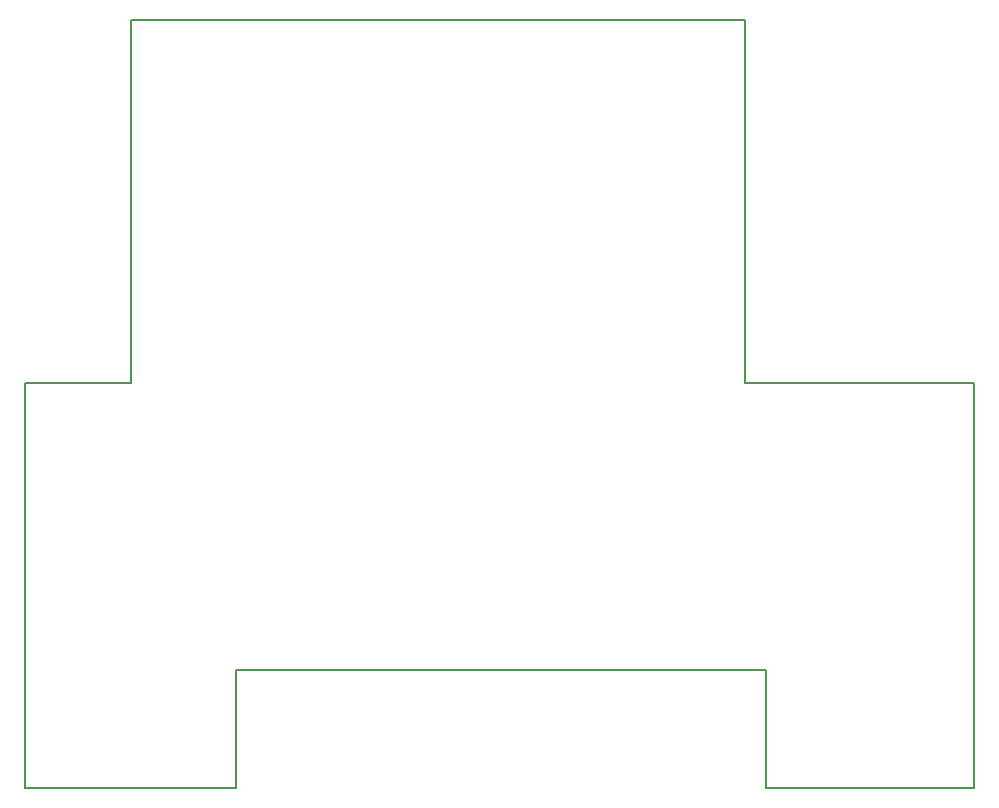
<source format=gbr>
G04 DipTrace 3.0.0.1*
G04 BoardOutline.gbr*
%MOIN*%
G04 #@! TF.FileFunction,Profile*
G04 #@! TF.Part,Single*
%ADD11C,0.005512*%
%FSLAX26Y26*%
G04*
G70*
G90*
G75*
G01*
G04 BoardOutline*
%LPD*%
X393701Y1742126D2*
D11*
X748032D1*
Y2952756D1*
X2795276D1*
Y1742126D1*
X3559055D1*
Y393701D1*
X2866142D1*
Y787402D1*
X1097638D1*
Y393701D1*
X393701D1*
Y1742126D1*
M02*

</source>
